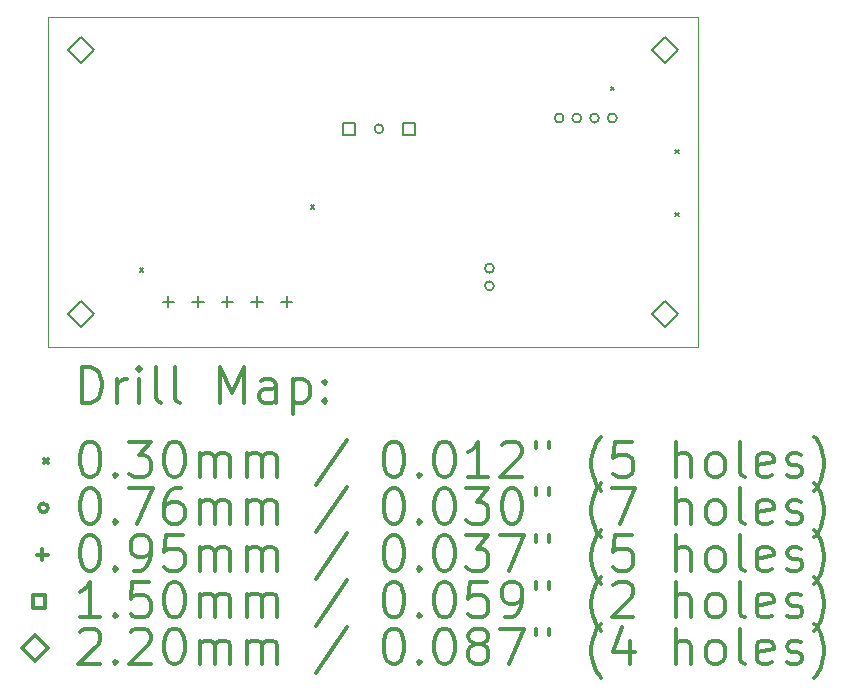
<source format=gbr>
%FSLAX45Y45*%
G04 Gerber Fmt 4.5, Leading zero omitted, Abs format (unit mm)*
G04 Created by KiCad (PCBNEW (5.1.8)-1) date 2021-02-21 21:49:17*
%MOMM*%
%LPD*%
G01*
G04 APERTURE LIST*
%TA.AperFunction,Profile*%
%ADD10C,0.050000*%
%TD*%
%ADD11C,0.200000*%
%ADD12C,0.300000*%
G04 APERTURE END LIST*
D10*
X7200000Y-1550000D02*
X1700000Y-1550000D01*
X7200000Y-4350000D02*
X7200000Y-1550000D01*
X1700000Y-4350000D02*
X7200000Y-4350000D01*
X1700000Y-1550000D02*
X1700000Y-4350000D01*
D11*
X2474200Y-3681600D02*
X2504200Y-3711600D01*
X2504200Y-3681600D02*
X2474200Y-3711600D01*
X3922000Y-3147300D02*
X3952000Y-3177300D01*
X3952000Y-3147300D02*
X3922000Y-3177300D01*
X6462000Y-2144000D02*
X6492000Y-2174000D01*
X6492000Y-2144000D02*
X6462000Y-2174000D01*
X7008100Y-2677400D02*
X7038100Y-2707400D01*
X7038100Y-2677400D02*
X7008100Y-2707400D01*
X7008100Y-3210800D02*
X7038100Y-3240800D01*
X7038100Y-3210800D02*
X7008100Y-3240800D01*
X5473700Y-3679800D02*
G75*
G03*
X5473700Y-3679800I-38100J0D01*
G01*
X5473700Y-3829800D02*
G75*
G03*
X5473700Y-3829800I-38100J0D01*
G01*
X6063500Y-2408200D02*
G75*
G03*
X6063500Y-2408200I-38100J0D01*
G01*
X6213500Y-2408200D02*
G75*
G03*
X6213500Y-2408200I-38100J0D01*
G01*
X6363500Y-2408200D02*
G75*
G03*
X6363500Y-2408200I-38100J0D01*
G01*
X6513500Y-2408200D02*
G75*
G03*
X6513500Y-2408200I-38100J0D01*
G01*
X4538100Y-2500000D02*
G75*
G03*
X4538100Y-2500000I-38100J0D01*
G01*
X2717800Y-3914900D02*
X2717800Y-4009900D01*
X2670300Y-3962400D02*
X2765300Y-3962400D01*
X2967800Y-3914900D02*
X2967800Y-4009900D01*
X2920300Y-3962400D02*
X3015300Y-3962400D01*
X3217800Y-3914900D02*
X3217800Y-4009900D01*
X3170300Y-3962400D02*
X3265300Y-3962400D01*
X3467800Y-3914900D02*
X3467800Y-4009900D01*
X3420300Y-3962400D02*
X3515300Y-3962400D01*
X3717800Y-3914900D02*
X3717800Y-4009900D01*
X3670300Y-3962400D02*
X3765300Y-3962400D01*
X4299034Y-2553034D02*
X4299034Y-2446967D01*
X4192966Y-2446967D01*
X4192966Y-2553034D01*
X4299034Y-2553034D01*
X4807034Y-2553034D02*
X4807034Y-2446967D01*
X4700967Y-2446967D01*
X4700967Y-2553034D01*
X4807034Y-2553034D01*
X6920000Y-4180000D02*
X7030000Y-4070000D01*
X6920000Y-3960000D01*
X6810000Y-4070000D01*
X6920000Y-4180000D01*
X1980000Y-4180000D02*
X2090000Y-4070000D01*
X1980000Y-3960000D01*
X1870000Y-4070000D01*
X1980000Y-4180000D01*
X6920000Y-1940000D02*
X7030000Y-1830000D01*
X6920000Y-1720000D01*
X6810000Y-1830000D01*
X6920000Y-1940000D01*
X1980000Y-1940000D02*
X2090000Y-1830000D01*
X1980000Y-1720000D01*
X1870000Y-1830000D01*
X1980000Y-1940000D01*
D12*
X1983928Y-4818214D02*
X1983928Y-4518214D01*
X2055357Y-4518214D01*
X2098214Y-4532500D01*
X2126786Y-4561072D01*
X2141071Y-4589643D01*
X2155357Y-4646786D01*
X2155357Y-4689643D01*
X2141071Y-4746786D01*
X2126786Y-4775357D01*
X2098214Y-4803929D01*
X2055357Y-4818214D01*
X1983928Y-4818214D01*
X2283928Y-4818214D02*
X2283928Y-4618214D01*
X2283928Y-4675357D02*
X2298214Y-4646786D01*
X2312500Y-4632500D01*
X2341071Y-4618214D01*
X2369643Y-4618214D01*
X2469643Y-4818214D02*
X2469643Y-4618214D01*
X2469643Y-4518214D02*
X2455357Y-4532500D01*
X2469643Y-4546786D01*
X2483928Y-4532500D01*
X2469643Y-4518214D01*
X2469643Y-4546786D01*
X2655357Y-4818214D02*
X2626786Y-4803929D01*
X2612500Y-4775357D01*
X2612500Y-4518214D01*
X2812500Y-4818214D02*
X2783928Y-4803929D01*
X2769643Y-4775357D01*
X2769643Y-4518214D01*
X3155357Y-4818214D02*
X3155357Y-4518214D01*
X3255357Y-4732500D01*
X3355357Y-4518214D01*
X3355357Y-4818214D01*
X3626786Y-4818214D02*
X3626786Y-4661072D01*
X3612500Y-4632500D01*
X3583928Y-4618214D01*
X3526786Y-4618214D01*
X3498214Y-4632500D01*
X3626786Y-4803929D02*
X3598214Y-4818214D01*
X3526786Y-4818214D01*
X3498214Y-4803929D01*
X3483928Y-4775357D01*
X3483928Y-4746786D01*
X3498214Y-4718214D01*
X3526786Y-4703929D01*
X3598214Y-4703929D01*
X3626786Y-4689643D01*
X3769643Y-4618214D02*
X3769643Y-4918214D01*
X3769643Y-4632500D02*
X3798214Y-4618214D01*
X3855357Y-4618214D01*
X3883928Y-4632500D01*
X3898214Y-4646786D01*
X3912500Y-4675357D01*
X3912500Y-4761072D01*
X3898214Y-4789643D01*
X3883928Y-4803929D01*
X3855357Y-4818214D01*
X3798214Y-4818214D01*
X3769643Y-4803929D01*
X4041071Y-4789643D02*
X4055357Y-4803929D01*
X4041071Y-4818214D01*
X4026786Y-4803929D01*
X4041071Y-4789643D01*
X4041071Y-4818214D01*
X4041071Y-4632500D02*
X4055357Y-4646786D01*
X4041071Y-4661072D01*
X4026786Y-4646786D01*
X4041071Y-4632500D01*
X4041071Y-4661072D01*
X1667500Y-5297500D02*
X1697500Y-5327500D01*
X1697500Y-5297500D02*
X1667500Y-5327500D01*
X2041071Y-5148214D02*
X2069643Y-5148214D01*
X2098214Y-5162500D01*
X2112500Y-5176786D01*
X2126786Y-5205357D01*
X2141071Y-5262500D01*
X2141071Y-5333929D01*
X2126786Y-5391072D01*
X2112500Y-5419643D01*
X2098214Y-5433929D01*
X2069643Y-5448214D01*
X2041071Y-5448214D01*
X2012500Y-5433929D01*
X1998214Y-5419643D01*
X1983928Y-5391072D01*
X1969643Y-5333929D01*
X1969643Y-5262500D01*
X1983928Y-5205357D01*
X1998214Y-5176786D01*
X2012500Y-5162500D01*
X2041071Y-5148214D01*
X2269643Y-5419643D02*
X2283928Y-5433929D01*
X2269643Y-5448214D01*
X2255357Y-5433929D01*
X2269643Y-5419643D01*
X2269643Y-5448214D01*
X2383928Y-5148214D02*
X2569643Y-5148214D01*
X2469643Y-5262500D01*
X2512500Y-5262500D01*
X2541071Y-5276786D01*
X2555357Y-5291072D01*
X2569643Y-5319643D01*
X2569643Y-5391072D01*
X2555357Y-5419643D01*
X2541071Y-5433929D01*
X2512500Y-5448214D01*
X2426786Y-5448214D01*
X2398214Y-5433929D01*
X2383928Y-5419643D01*
X2755357Y-5148214D02*
X2783928Y-5148214D01*
X2812500Y-5162500D01*
X2826786Y-5176786D01*
X2841071Y-5205357D01*
X2855357Y-5262500D01*
X2855357Y-5333929D01*
X2841071Y-5391072D01*
X2826786Y-5419643D01*
X2812500Y-5433929D01*
X2783928Y-5448214D01*
X2755357Y-5448214D01*
X2726786Y-5433929D01*
X2712500Y-5419643D01*
X2698214Y-5391072D01*
X2683928Y-5333929D01*
X2683928Y-5262500D01*
X2698214Y-5205357D01*
X2712500Y-5176786D01*
X2726786Y-5162500D01*
X2755357Y-5148214D01*
X2983928Y-5448214D02*
X2983928Y-5248214D01*
X2983928Y-5276786D02*
X2998214Y-5262500D01*
X3026786Y-5248214D01*
X3069643Y-5248214D01*
X3098214Y-5262500D01*
X3112500Y-5291072D01*
X3112500Y-5448214D01*
X3112500Y-5291072D02*
X3126786Y-5262500D01*
X3155357Y-5248214D01*
X3198214Y-5248214D01*
X3226786Y-5262500D01*
X3241071Y-5291072D01*
X3241071Y-5448214D01*
X3383928Y-5448214D02*
X3383928Y-5248214D01*
X3383928Y-5276786D02*
X3398214Y-5262500D01*
X3426786Y-5248214D01*
X3469643Y-5248214D01*
X3498214Y-5262500D01*
X3512500Y-5291072D01*
X3512500Y-5448214D01*
X3512500Y-5291072D02*
X3526786Y-5262500D01*
X3555357Y-5248214D01*
X3598214Y-5248214D01*
X3626786Y-5262500D01*
X3641071Y-5291072D01*
X3641071Y-5448214D01*
X4226786Y-5133929D02*
X3969643Y-5519643D01*
X4612500Y-5148214D02*
X4641071Y-5148214D01*
X4669643Y-5162500D01*
X4683928Y-5176786D01*
X4698214Y-5205357D01*
X4712500Y-5262500D01*
X4712500Y-5333929D01*
X4698214Y-5391072D01*
X4683928Y-5419643D01*
X4669643Y-5433929D01*
X4641071Y-5448214D01*
X4612500Y-5448214D01*
X4583928Y-5433929D01*
X4569643Y-5419643D01*
X4555357Y-5391072D01*
X4541071Y-5333929D01*
X4541071Y-5262500D01*
X4555357Y-5205357D01*
X4569643Y-5176786D01*
X4583928Y-5162500D01*
X4612500Y-5148214D01*
X4841071Y-5419643D02*
X4855357Y-5433929D01*
X4841071Y-5448214D01*
X4826786Y-5433929D01*
X4841071Y-5419643D01*
X4841071Y-5448214D01*
X5041071Y-5148214D02*
X5069643Y-5148214D01*
X5098214Y-5162500D01*
X5112500Y-5176786D01*
X5126786Y-5205357D01*
X5141071Y-5262500D01*
X5141071Y-5333929D01*
X5126786Y-5391072D01*
X5112500Y-5419643D01*
X5098214Y-5433929D01*
X5069643Y-5448214D01*
X5041071Y-5448214D01*
X5012500Y-5433929D01*
X4998214Y-5419643D01*
X4983928Y-5391072D01*
X4969643Y-5333929D01*
X4969643Y-5262500D01*
X4983928Y-5205357D01*
X4998214Y-5176786D01*
X5012500Y-5162500D01*
X5041071Y-5148214D01*
X5426786Y-5448214D02*
X5255357Y-5448214D01*
X5341071Y-5448214D02*
X5341071Y-5148214D01*
X5312500Y-5191072D01*
X5283928Y-5219643D01*
X5255357Y-5233929D01*
X5541071Y-5176786D02*
X5555357Y-5162500D01*
X5583928Y-5148214D01*
X5655357Y-5148214D01*
X5683928Y-5162500D01*
X5698214Y-5176786D01*
X5712500Y-5205357D01*
X5712500Y-5233929D01*
X5698214Y-5276786D01*
X5526786Y-5448214D01*
X5712500Y-5448214D01*
X5826786Y-5148214D02*
X5826786Y-5205357D01*
X5941071Y-5148214D02*
X5941071Y-5205357D01*
X6383928Y-5562500D02*
X6369643Y-5548214D01*
X6341071Y-5505357D01*
X6326786Y-5476786D01*
X6312500Y-5433929D01*
X6298214Y-5362500D01*
X6298214Y-5305357D01*
X6312500Y-5233929D01*
X6326786Y-5191072D01*
X6341071Y-5162500D01*
X6369643Y-5119643D01*
X6383928Y-5105357D01*
X6641071Y-5148214D02*
X6498214Y-5148214D01*
X6483928Y-5291072D01*
X6498214Y-5276786D01*
X6526786Y-5262500D01*
X6598214Y-5262500D01*
X6626786Y-5276786D01*
X6641071Y-5291072D01*
X6655357Y-5319643D01*
X6655357Y-5391072D01*
X6641071Y-5419643D01*
X6626786Y-5433929D01*
X6598214Y-5448214D01*
X6526786Y-5448214D01*
X6498214Y-5433929D01*
X6483928Y-5419643D01*
X7012500Y-5448214D02*
X7012500Y-5148214D01*
X7141071Y-5448214D02*
X7141071Y-5291072D01*
X7126786Y-5262500D01*
X7098214Y-5248214D01*
X7055357Y-5248214D01*
X7026786Y-5262500D01*
X7012500Y-5276786D01*
X7326786Y-5448214D02*
X7298214Y-5433929D01*
X7283928Y-5419643D01*
X7269643Y-5391072D01*
X7269643Y-5305357D01*
X7283928Y-5276786D01*
X7298214Y-5262500D01*
X7326786Y-5248214D01*
X7369643Y-5248214D01*
X7398214Y-5262500D01*
X7412500Y-5276786D01*
X7426786Y-5305357D01*
X7426786Y-5391072D01*
X7412500Y-5419643D01*
X7398214Y-5433929D01*
X7369643Y-5448214D01*
X7326786Y-5448214D01*
X7598214Y-5448214D02*
X7569643Y-5433929D01*
X7555357Y-5405357D01*
X7555357Y-5148214D01*
X7826786Y-5433929D02*
X7798214Y-5448214D01*
X7741071Y-5448214D01*
X7712500Y-5433929D01*
X7698214Y-5405357D01*
X7698214Y-5291072D01*
X7712500Y-5262500D01*
X7741071Y-5248214D01*
X7798214Y-5248214D01*
X7826786Y-5262500D01*
X7841071Y-5291072D01*
X7841071Y-5319643D01*
X7698214Y-5348214D01*
X7955357Y-5433929D02*
X7983928Y-5448214D01*
X8041071Y-5448214D01*
X8069643Y-5433929D01*
X8083928Y-5405357D01*
X8083928Y-5391072D01*
X8069643Y-5362500D01*
X8041071Y-5348214D01*
X7998214Y-5348214D01*
X7969643Y-5333929D01*
X7955357Y-5305357D01*
X7955357Y-5291072D01*
X7969643Y-5262500D01*
X7998214Y-5248214D01*
X8041071Y-5248214D01*
X8069643Y-5262500D01*
X8183928Y-5562500D02*
X8198214Y-5548214D01*
X8226786Y-5505357D01*
X8241071Y-5476786D01*
X8255357Y-5433929D01*
X8269643Y-5362500D01*
X8269643Y-5305357D01*
X8255357Y-5233929D01*
X8241071Y-5191072D01*
X8226786Y-5162500D01*
X8198214Y-5119643D01*
X8183928Y-5105357D01*
X1697500Y-5708500D02*
G75*
G03*
X1697500Y-5708500I-38100J0D01*
G01*
X2041071Y-5544214D02*
X2069643Y-5544214D01*
X2098214Y-5558500D01*
X2112500Y-5572786D01*
X2126786Y-5601357D01*
X2141071Y-5658500D01*
X2141071Y-5729929D01*
X2126786Y-5787071D01*
X2112500Y-5815643D01*
X2098214Y-5829929D01*
X2069643Y-5844214D01*
X2041071Y-5844214D01*
X2012500Y-5829929D01*
X1998214Y-5815643D01*
X1983928Y-5787071D01*
X1969643Y-5729929D01*
X1969643Y-5658500D01*
X1983928Y-5601357D01*
X1998214Y-5572786D01*
X2012500Y-5558500D01*
X2041071Y-5544214D01*
X2269643Y-5815643D02*
X2283928Y-5829929D01*
X2269643Y-5844214D01*
X2255357Y-5829929D01*
X2269643Y-5815643D01*
X2269643Y-5844214D01*
X2383928Y-5544214D02*
X2583928Y-5544214D01*
X2455357Y-5844214D01*
X2826786Y-5544214D02*
X2769643Y-5544214D01*
X2741071Y-5558500D01*
X2726786Y-5572786D01*
X2698214Y-5615643D01*
X2683928Y-5672786D01*
X2683928Y-5787071D01*
X2698214Y-5815643D01*
X2712500Y-5829929D01*
X2741071Y-5844214D01*
X2798214Y-5844214D01*
X2826786Y-5829929D01*
X2841071Y-5815643D01*
X2855357Y-5787071D01*
X2855357Y-5715643D01*
X2841071Y-5687071D01*
X2826786Y-5672786D01*
X2798214Y-5658500D01*
X2741071Y-5658500D01*
X2712500Y-5672786D01*
X2698214Y-5687071D01*
X2683928Y-5715643D01*
X2983928Y-5844214D02*
X2983928Y-5644214D01*
X2983928Y-5672786D02*
X2998214Y-5658500D01*
X3026786Y-5644214D01*
X3069643Y-5644214D01*
X3098214Y-5658500D01*
X3112500Y-5687071D01*
X3112500Y-5844214D01*
X3112500Y-5687071D02*
X3126786Y-5658500D01*
X3155357Y-5644214D01*
X3198214Y-5644214D01*
X3226786Y-5658500D01*
X3241071Y-5687071D01*
X3241071Y-5844214D01*
X3383928Y-5844214D02*
X3383928Y-5644214D01*
X3383928Y-5672786D02*
X3398214Y-5658500D01*
X3426786Y-5644214D01*
X3469643Y-5644214D01*
X3498214Y-5658500D01*
X3512500Y-5687071D01*
X3512500Y-5844214D01*
X3512500Y-5687071D02*
X3526786Y-5658500D01*
X3555357Y-5644214D01*
X3598214Y-5644214D01*
X3626786Y-5658500D01*
X3641071Y-5687071D01*
X3641071Y-5844214D01*
X4226786Y-5529929D02*
X3969643Y-5915643D01*
X4612500Y-5544214D02*
X4641071Y-5544214D01*
X4669643Y-5558500D01*
X4683928Y-5572786D01*
X4698214Y-5601357D01*
X4712500Y-5658500D01*
X4712500Y-5729929D01*
X4698214Y-5787071D01*
X4683928Y-5815643D01*
X4669643Y-5829929D01*
X4641071Y-5844214D01*
X4612500Y-5844214D01*
X4583928Y-5829929D01*
X4569643Y-5815643D01*
X4555357Y-5787071D01*
X4541071Y-5729929D01*
X4541071Y-5658500D01*
X4555357Y-5601357D01*
X4569643Y-5572786D01*
X4583928Y-5558500D01*
X4612500Y-5544214D01*
X4841071Y-5815643D02*
X4855357Y-5829929D01*
X4841071Y-5844214D01*
X4826786Y-5829929D01*
X4841071Y-5815643D01*
X4841071Y-5844214D01*
X5041071Y-5544214D02*
X5069643Y-5544214D01*
X5098214Y-5558500D01*
X5112500Y-5572786D01*
X5126786Y-5601357D01*
X5141071Y-5658500D01*
X5141071Y-5729929D01*
X5126786Y-5787071D01*
X5112500Y-5815643D01*
X5098214Y-5829929D01*
X5069643Y-5844214D01*
X5041071Y-5844214D01*
X5012500Y-5829929D01*
X4998214Y-5815643D01*
X4983928Y-5787071D01*
X4969643Y-5729929D01*
X4969643Y-5658500D01*
X4983928Y-5601357D01*
X4998214Y-5572786D01*
X5012500Y-5558500D01*
X5041071Y-5544214D01*
X5241071Y-5544214D02*
X5426786Y-5544214D01*
X5326786Y-5658500D01*
X5369643Y-5658500D01*
X5398214Y-5672786D01*
X5412500Y-5687071D01*
X5426786Y-5715643D01*
X5426786Y-5787071D01*
X5412500Y-5815643D01*
X5398214Y-5829929D01*
X5369643Y-5844214D01*
X5283928Y-5844214D01*
X5255357Y-5829929D01*
X5241071Y-5815643D01*
X5612500Y-5544214D02*
X5641071Y-5544214D01*
X5669643Y-5558500D01*
X5683928Y-5572786D01*
X5698214Y-5601357D01*
X5712500Y-5658500D01*
X5712500Y-5729929D01*
X5698214Y-5787071D01*
X5683928Y-5815643D01*
X5669643Y-5829929D01*
X5641071Y-5844214D01*
X5612500Y-5844214D01*
X5583928Y-5829929D01*
X5569643Y-5815643D01*
X5555357Y-5787071D01*
X5541071Y-5729929D01*
X5541071Y-5658500D01*
X5555357Y-5601357D01*
X5569643Y-5572786D01*
X5583928Y-5558500D01*
X5612500Y-5544214D01*
X5826786Y-5544214D02*
X5826786Y-5601357D01*
X5941071Y-5544214D02*
X5941071Y-5601357D01*
X6383928Y-5958500D02*
X6369643Y-5944214D01*
X6341071Y-5901357D01*
X6326786Y-5872786D01*
X6312500Y-5829929D01*
X6298214Y-5758500D01*
X6298214Y-5701357D01*
X6312500Y-5629929D01*
X6326786Y-5587072D01*
X6341071Y-5558500D01*
X6369643Y-5515643D01*
X6383928Y-5501357D01*
X6469643Y-5544214D02*
X6669643Y-5544214D01*
X6541071Y-5844214D01*
X7012500Y-5844214D02*
X7012500Y-5544214D01*
X7141071Y-5844214D02*
X7141071Y-5687071D01*
X7126786Y-5658500D01*
X7098214Y-5644214D01*
X7055357Y-5644214D01*
X7026786Y-5658500D01*
X7012500Y-5672786D01*
X7326786Y-5844214D02*
X7298214Y-5829929D01*
X7283928Y-5815643D01*
X7269643Y-5787071D01*
X7269643Y-5701357D01*
X7283928Y-5672786D01*
X7298214Y-5658500D01*
X7326786Y-5644214D01*
X7369643Y-5644214D01*
X7398214Y-5658500D01*
X7412500Y-5672786D01*
X7426786Y-5701357D01*
X7426786Y-5787071D01*
X7412500Y-5815643D01*
X7398214Y-5829929D01*
X7369643Y-5844214D01*
X7326786Y-5844214D01*
X7598214Y-5844214D02*
X7569643Y-5829929D01*
X7555357Y-5801357D01*
X7555357Y-5544214D01*
X7826786Y-5829929D02*
X7798214Y-5844214D01*
X7741071Y-5844214D01*
X7712500Y-5829929D01*
X7698214Y-5801357D01*
X7698214Y-5687071D01*
X7712500Y-5658500D01*
X7741071Y-5644214D01*
X7798214Y-5644214D01*
X7826786Y-5658500D01*
X7841071Y-5687071D01*
X7841071Y-5715643D01*
X7698214Y-5744214D01*
X7955357Y-5829929D02*
X7983928Y-5844214D01*
X8041071Y-5844214D01*
X8069643Y-5829929D01*
X8083928Y-5801357D01*
X8083928Y-5787071D01*
X8069643Y-5758500D01*
X8041071Y-5744214D01*
X7998214Y-5744214D01*
X7969643Y-5729929D01*
X7955357Y-5701357D01*
X7955357Y-5687071D01*
X7969643Y-5658500D01*
X7998214Y-5644214D01*
X8041071Y-5644214D01*
X8069643Y-5658500D01*
X8183928Y-5958500D02*
X8198214Y-5944214D01*
X8226786Y-5901357D01*
X8241071Y-5872786D01*
X8255357Y-5829929D01*
X8269643Y-5758500D01*
X8269643Y-5701357D01*
X8255357Y-5629929D01*
X8241071Y-5587072D01*
X8226786Y-5558500D01*
X8198214Y-5515643D01*
X8183928Y-5501357D01*
X1650000Y-6057000D02*
X1650000Y-6152000D01*
X1602500Y-6104500D02*
X1697500Y-6104500D01*
X2041071Y-5940214D02*
X2069643Y-5940214D01*
X2098214Y-5954500D01*
X2112500Y-5968786D01*
X2126786Y-5997357D01*
X2141071Y-6054500D01*
X2141071Y-6125929D01*
X2126786Y-6183071D01*
X2112500Y-6211643D01*
X2098214Y-6225929D01*
X2069643Y-6240214D01*
X2041071Y-6240214D01*
X2012500Y-6225929D01*
X1998214Y-6211643D01*
X1983928Y-6183071D01*
X1969643Y-6125929D01*
X1969643Y-6054500D01*
X1983928Y-5997357D01*
X1998214Y-5968786D01*
X2012500Y-5954500D01*
X2041071Y-5940214D01*
X2269643Y-6211643D02*
X2283928Y-6225929D01*
X2269643Y-6240214D01*
X2255357Y-6225929D01*
X2269643Y-6211643D01*
X2269643Y-6240214D01*
X2426786Y-6240214D02*
X2483928Y-6240214D01*
X2512500Y-6225929D01*
X2526786Y-6211643D01*
X2555357Y-6168786D01*
X2569643Y-6111643D01*
X2569643Y-5997357D01*
X2555357Y-5968786D01*
X2541071Y-5954500D01*
X2512500Y-5940214D01*
X2455357Y-5940214D01*
X2426786Y-5954500D01*
X2412500Y-5968786D01*
X2398214Y-5997357D01*
X2398214Y-6068786D01*
X2412500Y-6097357D01*
X2426786Y-6111643D01*
X2455357Y-6125929D01*
X2512500Y-6125929D01*
X2541071Y-6111643D01*
X2555357Y-6097357D01*
X2569643Y-6068786D01*
X2841071Y-5940214D02*
X2698214Y-5940214D01*
X2683928Y-6083071D01*
X2698214Y-6068786D01*
X2726786Y-6054500D01*
X2798214Y-6054500D01*
X2826786Y-6068786D01*
X2841071Y-6083071D01*
X2855357Y-6111643D01*
X2855357Y-6183071D01*
X2841071Y-6211643D01*
X2826786Y-6225929D01*
X2798214Y-6240214D01*
X2726786Y-6240214D01*
X2698214Y-6225929D01*
X2683928Y-6211643D01*
X2983928Y-6240214D02*
X2983928Y-6040214D01*
X2983928Y-6068786D02*
X2998214Y-6054500D01*
X3026786Y-6040214D01*
X3069643Y-6040214D01*
X3098214Y-6054500D01*
X3112500Y-6083071D01*
X3112500Y-6240214D01*
X3112500Y-6083071D02*
X3126786Y-6054500D01*
X3155357Y-6040214D01*
X3198214Y-6040214D01*
X3226786Y-6054500D01*
X3241071Y-6083071D01*
X3241071Y-6240214D01*
X3383928Y-6240214D02*
X3383928Y-6040214D01*
X3383928Y-6068786D02*
X3398214Y-6054500D01*
X3426786Y-6040214D01*
X3469643Y-6040214D01*
X3498214Y-6054500D01*
X3512500Y-6083071D01*
X3512500Y-6240214D01*
X3512500Y-6083071D02*
X3526786Y-6054500D01*
X3555357Y-6040214D01*
X3598214Y-6040214D01*
X3626786Y-6054500D01*
X3641071Y-6083071D01*
X3641071Y-6240214D01*
X4226786Y-5925929D02*
X3969643Y-6311643D01*
X4612500Y-5940214D02*
X4641071Y-5940214D01*
X4669643Y-5954500D01*
X4683928Y-5968786D01*
X4698214Y-5997357D01*
X4712500Y-6054500D01*
X4712500Y-6125929D01*
X4698214Y-6183071D01*
X4683928Y-6211643D01*
X4669643Y-6225929D01*
X4641071Y-6240214D01*
X4612500Y-6240214D01*
X4583928Y-6225929D01*
X4569643Y-6211643D01*
X4555357Y-6183071D01*
X4541071Y-6125929D01*
X4541071Y-6054500D01*
X4555357Y-5997357D01*
X4569643Y-5968786D01*
X4583928Y-5954500D01*
X4612500Y-5940214D01*
X4841071Y-6211643D02*
X4855357Y-6225929D01*
X4841071Y-6240214D01*
X4826786Y-6225929D01*
X4841071Y-6211643D01*
X4841071Y-6240214D01*
X5041071Y-5940214D02*
X5069643Y-5940214D01*
X5098214Y-5954500D01*
X5112500Y-5968786D01*
X5126786Y-5997357D01*
X5141071Y-6054500D01*
X5141071Y-6125929D01*
X5126786Y-6183071D01*
X5112500Y-6211643D01*
X5098214Y-6225929D01*
X5069643Y-6240214D01*
X5041071Y-6240214D01*
X5012500Y-6225929D01*
X4998214Y-6211643D01*
X4983928Y-6183071D01*
X4969643Y-6125929D01*
X4969643Y-6054500D01*
X4983928Y-5997357D01*
X4998214Y-5968786D01*
X5012500Y-5954500D01*
X5041071Y-5940214D01*
X5241071Y-5940214D02*
X5426786Y-5940214D01*
X5326786Y-6054500D01*
X5369643Y-6054500D01*
X5398214Y-6068786D01*
X5412500Y-6083071D01*
X5426786Y-6111643D01*
X5426786Y-6183071D01*
X5412500Y-6211643D01*
X5398214Y-6225929D01*
X5369643Y-6240214D01*
X5283928Y-6240214D01*
X5255357Y-6225929D01*
X5241071Y-6211643D01*
X5526786Y-5940214D02*
X5726786Y-5940214D01*
X5598214Y-6240214D01*
X5826786Y-5940214D02*
X5826786Y-5997357D01*
X5941071Y-5940214D02*
X5941071Y-5997357D01*
X6383928Y-6354500D02*
X6369643Y-6340214D01*
X6341071Y-6297357D01*
X6326786Y-6268786D01*
X6312500Y-6225929D01*
X6298214Y-6154500D01*
X6298214Y-6097357D01*
X6312500Y-6025929D01*
X6326786Y-5983071D01*
X6341071Y-5954500D01*
X6369643Y-5911643D01*
X6383928Y-5897357D01*
X6641071Y-5940214D02*
X6498214Y-5940214D01*
X6483928Y-6083071D01*
X6498214Y-6068786D01*
X6526786Y-6054500D01*
X6598214Y-6054500D01*
X6626786Y-6068786D01*
X6641071Y-6083071D01*
X6655357Y-6111643D01*
X6655357Y-6183071D01*
X6641071Y-6211643D01*
X6626786Y-6225929D01*
X6598214Y-6240214D01*
X6526786Y-6240214D01*
X6498214Y-6225929D01*
X6483928Y-6211643D01*
X7012500Y-6240214D02*
X7012500Y-5940214D01*
X7141071Y-6240214D02*
X7141071Y-6083071D01*
X7126786Y-6054500D01*
X7098214Y-6040214D01*
X7055357Y-6040214D01*
X7026786Y-6054500D01*
X7012500Y-6068786D01*
X7326786Y-6240214D02*
X7298214Y-6225929D01*
X7283928Y-6211643D01*
X7269643Y-6183071D01*
X7269643Y-6097357D01*
X7283928Y-6068786D01*
X7298214Y-6054500D01*
X7326786Y-6040214D01*
X7369643Y-6040214D01*
X7398214Y-6054500D01*
X7412500Y-6068786D01*
X7426786Y-6097357D01*
X7426786Y-6183071D01*
X7412500Y-6211643D01*
X7398214Y-6225929D01*
X7369643Y-6240214D01*
X7326786Y-6240214D01*
X7598214Y-6240214D02*
X7569643Y-6225929D01*
X7555357Y-6197357D01*
X7555357Y-5940214D01*
X7826786Y-6225929D02*
X7798214Y-6240214D01*
X7741071Y-6240214D01*
X7712500Y-6225929D01*
X7698214Y-6197357D01*
X7698214Y-6083071D01*
X7712500Y-6054500D01*
X7741071Y-6040214D01*
X7798214Y-6040214D01*
X7826786Y-6054500D01*
X7841071Y-6083071D01*
X7841071Y-6111643D01*
X7698214Y-6140214D01*
X7955357Y-6225929D02*
X7983928Y-6240214D01*
X8041071Y-6240214D01*
X8069643Y-6225929D01*
X8083928Y-6197357D01*
X8083928Y-6183071D01*
X8069643Y-6154500D01*
X8041071Y-6140214D01*
X7998214Y-6140214D01*
X7969643Y-6125929D01*
X7955357Y-6097357D01*
X7955357Y-6083071D01*
X7969643Y-6054500D01*
X7998214Y-6040214D01*
X8041071Y-6040214D01*
X8069643Y-6054500D01*
X8183928Y-6354500D02*
X8198214Y-6340214D01*
X8226786Y-6297357D01*
X8241071Y-6268786D01*
X8255357Y-6225929D01*
X8269643Y-6154500D01*
X8269643Y-6097357D01*
X8255357Y-6025929D01*
X8241071Y-5983071D01*
X8226786Y-5954500D01*
X8198214Y-5911643D01*
X8183928Y-5897357D01*
X1675533Y-6553534D02*
X1675533Y-6447467D01*
X1569466Y-6447467D01*
X1569466Y-6553534D01*
X1675533Y-6553534D01*
X2141071Y-6636214D02*
X1969643Y-6636214D01*
X2055357Y-6636214D02*
X2055357Y-6336214D01*
X2026786Y-6379071D01*
X1998214Y-6407643D01*
X1969643Y-6421929D01*
X2269643Y-6607643D02*
X2283928Y-6621929D01*
X2269643Y-6636214D01*
X2255357Y-6621929D01*
X2269643Y-6607643D01*
X2269643Y-6636214D01*
X2555357Y-6336214D02*
X2412500Y-6336214D01*
X2398214Y-6479071D01*
X2412500Y-6464786D01*
X2441071Y-6450500D01*
X2512500Y-6450500D01*
X2541071Y-6464786D01*
X2555357Y-6479071D01*
X2569643Y-6507643D01*
X2569643Y-6579071D01*
X2555357Y-6607643D01*
X2541071Y-6621929D01*
X2512500Y-6636214D01*
X2441071Y-6636214D01*
X2412500Y-6621929D01*
X2398214Y-6607643D01*
X2755357Y-6336214D02*
X2783928Y-6336214D01*
X2812500Y-6350500D01*
X2826786Y-6364786D01*
X2841071Y-6393357D01*
X2855357Y-6450500D01*
X2855357Y-6521929D01*
X2841071Y-6579071D01*
X2826786Y-6607643D01*
X2812500Y-6621929D01*
X2783928Y-6636214D01*
X2755357Y-6636214D01*
X2726786Y-6621929D01*
X2712500Y-6607643D01*
X2698214Y-6579071D01*
X2683928Y-6521929D01*
X2683928Y-6450500D01*
X2698214Y-6393357D01*
X2712500Y-6364786D01*
X2726786Y-6350500D01*
X2755357Y-6336214D01*
X2983928Y-6636214D02*
X2983928Y-6436214D01*
X2983928Y-6464786D02*
X2998214Y-6450500D01*
X3026786Y-6436214D01*
X3069643Y-6436214D01*
X3098214Y-6450500D01*
X3112500Y-6479071D01*
X3112500Y-6636214D01*
X3112500Y-6479071D02*
X3126786Y-6450500D01*
X3155357Y-6436214D01*
X3198214Y-6436214D01*
X3226786Y-6450500D01*
X3241071Y-6479071D01*
X3241071Y-6636214D01*
X3383928Y-6636214D02*
X3383928Y-6436214D01*
X3383928Y-6464786D02*
X3398214Y-6450500D01*
X3426786Y-6436214D01*
X3469643Y-6436214D01*
X3498214Y-6450500D01*
X3512500Y-6479071D01*
X3512500Y-6636214D01*
X3512500Y-6479071D02*
X3526786Y-6450500D01*
X3555357Y-6436214D01*
X3598214Y-6436214D01*
X3626786Y-6450500D01*
X3641071Y-6479071D01*
X3641071Y-6636214D01*
X4226786Y-6321929D02*
X3969643Y-6707643D01*
X4612500Y-6336214D02*
X4641071Y-6336214D01*
X4669643Y-6350500D01*
X4683928Y-6364786D01*
X4698214Y-6393357D01*
X4712500Y-6450500D01*
X4712500Y-6521929D01*
X4698214Y-6579071D01*
X4683928Y-6607643D01*
X4669643Y-6621929D01*
X4641071Y-6636214D01*
X4612500Y-6636214D01*
X4583928Y-6621929D01*
X4569643Y-6607643D01*
X4555357Y-6579071D01*
X4541071Y-6521929D01*
X4541071Y-6450500D01*
X4555357Y-6393357D01*
X4569643Y-6364786D01*
X4583928Y-6350500D01*
X4612500Y-6336214D01*
X4841071Y-6607643D02*
X4855357Y-6621929D01*
X4841071Y-6636214D01*
X4826786Y-6621929D01*
X4841071Y-6607643D01*
X4841071Y-6636214D01*
X5041071Y-6336214D02*
X5069643Y-6336214D01*
X5098214Y-6350500D01*
X5112500Y-6364786D01*
X5126786Y-6393357D01*
X5141071Y-6450500D01*
X5141071Y-6521929D01*
X5126786Y-6579071D01*
X5112500Y-6607643D01*
X5098214Y-6621929D01*
X5069643Y-6636214D01*
X5041071Y-6636214D01*
X5012500Y-6621929D01*
X4998214Y-6607643D01*
X4983928Y-6579071D01*
X4969643Y-6521929D01*
X4969643Y-6450500D01*
X4983928Y-6393357D01*
X4998214Y-6364786D01*
X5012500Y-6350500D01*
X5041071Y-6336214D01*
X5412500Y-6336214D02*
X5269643Y-6336214D01*
X5255357Y-6479071D01*
X5269643Y-6464786D01*
X5298214Y-6450500D01*
X5369643Y-6450500D01*
X5398214Y-6464786D01*
X5412500Y-6479071D01*
X5426786Y-6507643D01*
X5426786Y-6579071D01*
X5412500Y-6607643D01*
X5398214Y-6621929D01*
X5369643Y-6636214D01*
X5298214Y-6636214D01*
X5269643Y-6621929D01*
X5255357Y-6607643D01*
X5569643Y-6636214D02*
X5626786Y-6636214D01*
X5655357Y-6621929D01*
X5669643Y-6607643D01*
X5698214Y-6564786D01*
X5712500Y-6507643D01*
X5712500Y-6393357D01*
X5698214Y-6364786D01*
X5683928Y-6350500D01*
X5655357Y-6336214D01*
X5598214Y-6336214D01*
X5569643Y-6350500D01*
X5555357Y-6364786D01*
X5541071Y-6393357D01*
X5541071Y-6464786D01*
X5555357Y-6493357D01*
X5569643Y-6507643D01*
X5598214Y-6521929D01*
X5655357Y-6521929D01*
X5683928Y-6507643D01*
X5698214Y-6493357D01*
X5712500Y-6464786D01*
X5826786Y-6336214D02*
X5826786Y-6393357D01*
X5941071Y-6336214D02*
X5941071Y-6393357D01*
X6383928Y-6750500D02*
X6369643Y-6736214D01*
X6341071Y-6693357D01*
X6326786Y-6664786D01*
X6312500Y-6621929D01*
X6298214Y-6550500D01*
X6298214Y-6493357D01*
X6312500Y-6421929D01*
X6326786Y-6379071D01*
X6341071Y-6350500D01*
X6369643Y-6307643D01*
X6383928Y-6293357D01*
X6483928Y-6364786D02*
X6498214Y-6350500D01*
X6526786Y-6336214D01*
X6598214Y-6336214D01*
X6626786Y-6350500D01*
X6641071Y-6364786D01*
X6655357Y-6393357D01*
X6655357Y-6421929D01*
X6641071Y-6464786D01*
X6469643Y-6636214D01*
X6655357Y-6636214D01*
X7012500Y-6636214D02*
X7012500Y-6336214D01*
X7141071Y-6636214D02*
X7141071Y-6479071D01*
X7126786Y-6450500D01*
X7098214Y-6436214D01*
X7055357Y-6436214D01*
X7026786Y-6450500D01*
X7012500Y-6464786D01*
X7326786Y-6636214D02*
X7298214Y-6621929D01*
X7283928Y-6607643D01*
X7269643Y-6579071D01*
X7269643Y-6493357D01*
X7283928Y-6464786D01*
X7298214Y-6450500D01*
X7326786Y-6436214D01*
X7369643Y-6436214D01*
X7398214Y-6450500D01*
X7412500Y-6464786D01*
X7426786Y-6493357D01*
X7426786Y-6579071D01*
X7412500Y-6607643D01*
X7398214Y-6621929D01*
X7369643Y-6636214D01*
X7326786Y-6636214D01*
X7598214Y-6636214D02*
X7569643Y-6621929D01*
X7555357Y-6593357D01*
X7555357Y-6336214D01*
X7826786Y-6621929D02*
X7798214Y-6636214D01*
X7741071Y-6636214D01*
X7712500Y-6621929D01*
X7698214Y-6593357D01*
X7698214Y-6479071D01*
X7712500Y-6450500D01*
X7741071Y-6436214D01*
X7798214Y-6436214D01*
X7826786Y-6450500D01*
X7841071Y-6479071D01*
X7841071Y-6507643D01*
X7698214Y-6536214D01*
X7955357Y-6621929D02*
X7983928Y-6636214D01*
X8041071Y-6636214D01*
X8069643Y-6621929D01*
X8083928Y-6593357D01*
X8083928Y-6579071D01*
X8069643Y-6550500D01*
X8041071Y-6536214D01*
X7998214Y-6536214D01*
X7969643Y-6521929D01*
X7955357Y-6493357D01*
X7955357Y-6479071D01*
X7969643Y-6450500D01*
X7998214Y-6436214D01*
X8041071Y-6436214D01*
X8069643Y-6450500D01*
X8183928Y-6750500D02*
X8198214Y-6736214D01*
X8226786Y-6693357D01*
X8241071Y-6664786D01*
X8255357Y-6621929D01*
X8269643Y-6550500D01*
X8269643Y-6493357D01*
X8255357Y-6421929D01*
X8241071Y-6379071D01*
X8226786Y-6350500D01*
X8198214Y-6307643D01*
X8183928Y-6293357D01*
X1587500Y-7006500D02*
X1697500Y-6896500D01*
X1587500Y-6786500D01*
X1477500Y-6896500D01*
X1587500Y-7006500D01*
X1969643Y-6760786D02*
X1983928Y-6746500D01*
X2012500Y-6732214D01*
X2083928Y-6732214D01*
X2112500Y-6746500D01*
X2126786Y-6760786D01*
X2141071Y-6789357D01*
X2141071Y-6817929D01*
X2126786Y-6860786D01*
X1955357Y-7032214D01*
X2141071Y-7032214D01*
X2269643Y-7003643D02*
X2283928Y-7017929D01*
X2269643Y-7032214D01*
X2255357Y-7017929D01*
X2269643Y-7003643D01*
X2269643Y-7032214D01*
X2398214Y-6760786D02*
X2412500Y-6746500D01*
X2441071Y-6732214D01*
X2512500Y-6732214D01*
X2541071Y-6746500D01*
X2555357Y-6760786D01*
X2569643Y-6789357D01*
X2569643Y-6817929D01*
X2555357Y-6860786D01*
X2383928Y-7032214D01*
X2569643Y-7032214D01*
X2755357Y-6732214D02*
X2783928Y-6732214D01*
X2812500Y-6746500D01*
X2826786Y-6760786D01*
X2841071Y-6789357D01*
X2855357Y-6846500D01*
X2855357Y-6917929D01*
X2841071Y-6975071D01*
X2826786Y-7003643D01*
X2812500Y-7017929D01*
X2783928Y-7032214D01*
X2755357Y-7032214D01*
X2726786Y-7017929D01*
X2712500Y-7003643D01*
X2698214Y-6975071D01*
X2683928Y-6917929D01*
X2683928Y-6846500D01*
X2698214Y-6789357D01*
X2712500Y-6760786D01*
X2726786Y-6746500D01*
X2755357Y-6732214D01*
X2983928Y-7032214D02*
X2983928Y-6832214D01*
X2983928Y-6860786D02*
X2998214Y-6846500D01*
X3026786Y-6832214D01*
X3069643Y-6832214D01*
X3098214Y-6846500D01*
X3112500Y-6875071D01*
X3112500Y-7032214D01*
X3112500Y-6875071D02*
X3126786Y-6846500D01*
X3155357Y-6832214D01*
X3198214Y-6832214D01*
X3226786Y-6846500D01*
X3241071Y-6875071D01*
X3241071Y-7032214D01*
X3383928Y-7032214D02*
X3383928Y-6832214D01*
X3383928Y-6860786D02*
X3398214Y-6846500D01*
X3426786Y-6832214D01*
X3469643Y-6832214D01*
X3498214Y-6846500D01*
X3512500Y-6875071D01*
X3512500Y-7032214D01*
X3512500Y-6875071D02*
X3526786Y-6846500D01*
X3555357Y-6832214D01*
X3598214Y-6832214D01*
X3626786Y-6846500D01*
X3641071Y-6875071D01*
X3641071Y-7032214D01*
X4226786Y-6717929D02*
X3969643Y-7103643D01*
X4612500Y-6732214D02*
X4641071Y-6732214D01*
X4669643Y-6746500D01*
X4683928Y-6760786D01*
X4698214Y-6789357D01*
X4712500Y-6846500D01*
X4712500Y-6917929D01*
X4698214Y-6975071D01*
X4683928Y-7003643D01*
X4669643Y-7017929D01*
X4641071Y-7032214D01*
X4612500Y-7032214D01*
X4583928Y-7017929D01*
X4569643Y-7003643D01*
X4555357Y-6975071D01*
X4541071Y-6917929D01*
X4541071Y-6846500D01*
X4555357Y-6789357D01*
X4569643Y-6760786D01*
X4583928Y-6746500D01*
X4612500Y-6732214D01*
X4841071Y-7003643D02*
X4855357Y-7017929D01*
X4841071Y-7032214D01*
X4826786Y-7017929D01*
X4841071Y-7003643D01*
X4841071Y-7032214D01*
X5041071Y-6732214D02*
X5069643Y-6732214D01*
X5098214Y-6746500D01*
X5112500Y-6760786D01*
X5126786Y-6789357D01*
X5141071Y-6846500D01*
X5141071Y-6917929D01*
X5126786Y-6975071D01*
X5112500Y-7003643D01*
X5098214Y-7017929D01*
X5069643Y-7032214D01*
X5041071Y-7032214D01*
X5012500Y-7017929D01*
X4998214Y-7003643D01*
X4983928Y-6975071D01*
X4969643Y-6917929D01*
X4969643Y-6846500D01*
X4983928Y-6789357D01*
X4998214Y-6760786D01*
X5012500Y-6746500D01*
X5041071Y-6732214D01*
X5312500Y-6860786D02*
X5283928Y-6846500D01*
X5269643Y-6832214D01*
X5255357Y-6803643D01*
X5255357Y-6789357D01*
X5269643Y-6760786D01*
X5283928Y-6746500D01*
X5312500Y-6732214D01*
X5369643Y-6732214D01*
X5398214Y-6746500D01*
X5412500Y-6760786D01*
X5426786Y-6789357D01*
X5426786Y-6803643D01*
X5412500Y-6832214D01*
X5398214Y-6846500D01*
X5369643Y-6860786D01*
X5312500Y-6860786D01*
X5283928Y-6875071D01*
X5269643Y-6889357D01*
X5255357Y-6917929D01*
X5255357Y-6975071D01*
X5269643Y-7003643D01*
X5283928Y-7017929D01*
X5312500Y-7032214D01*
X5369643Y-7032214D01*
X5398214Y-7017929D01*
X5412500Y-7003643D01*
X5426786Y-6975071D01*
X5426786Y-6917929D01*
X5412500Y-6889357D01*
X5398214Y-6875071D01*
X5369643Y-6860786D01*
X5526786Y-6732214D02*
X5726786Y-6732214D01*
X5598214Y-7032214D01*
X5826786Y-6732214D02*
X5826786Y-6789357D01*
X5941071Y-6732214D02*
X5941071Y-6789357D01*
X6383928Y-7146500D02*
X6369643Y-7132214D01*
X6341071Y-7089357D01*
X6326786Y-7060786D01*
X6312500Y-7017929D01*
X6298214Y-6946500D01*
X6298214Y-6889357D01*
X6312500Y-6817929D01*
X6326786Y-6775071D01*
X6341071Y-6746500D01*
X6369643Y-6703643D01*
X6383928Y-6689357D01*
X6626786Y-6832214D02*
X6626786Y-7032214D01*
X6555357Y-6717929D02*
X6483928Y-6932214D01*
X6669643Y-6932214D01*
X7012500Y-7032214D02*
X7012500Y-6732214D01*
X7141071Y-7032214D02*
X7141071Y-6875071D01*
X7126786Y-6846500D01*
X7098214Y-6832214D01*
X7055357Y-6832214D01*
X7026786Y-6846500D01*
X7012500Y-6860786D01*
X7326786Y-7032214D02*
X7298214Y-7017929D01*
X7283928Y-7003643D01*
X7269643Y-6975071D01*
X7269643Y-6889357D01*
X7283928Y-6860786D01*
X7298214Y-6846500D01*
X7326786Y-6832214D01*
X7369643Y-6832214D01*
X7398214Y-6846500D01*
X7412500Y-6860786D01*
X7426786Y-6889357D01*
X7426786Y-6975071D01*
X7412500Y-7003643D01*
X7398214Y-7017929D01*
X7369643Y-7032214D01*
X7326786Y-7032214D01*
X7598214Y-7032214D02*
X7569643Y-7017929D01*
X7555357Y-6989357D01*
X7555357Y-6732214D01*
X7826786Y-7017929D02*
X7798214Y-7032214D01*
X7741071Y-7032214D01*
X7712500Y-7017929D01*
X7698214Y-6989357D01*
X7698214Y-6875071D01*
X7712500Y-6846500D01*
X7741071Y-6832214D01*
X7798214Y-6832214D01*
X7826786Y-6846500D01*
X7841071Y-6875071D01*
X7841071Y-6903643D01*
X7698214Y-6932214D01*
X7955357Y-7017929D02*
X7983928Y-7032214D01*
X8041071Y-7032214D01*
X8069643Y-7017929D01*
X8083928Y-6989357D01*
X8083928Y-6975071D01*
X8069643Y-6946500D01*
X8041071Y-6932214D01*
X7998214Y-6932214D01*
X7969643Y-6917929D01*
X7955357Y-6889357D01*
X7955357Y-6875071D01*
X7969643Y-6846500D01*
X7998214Y-6832214D01*
X8041071Y-6832214D01*
X8069643Y-6846500D01*
X8183928Y-7146500D02*
X8198214Y-7132214D01*
X8226786Y-7089357D01*
X8241071Y-7060786D01*
X8255357Y-7017929D01*
X8269643Y-6946500D01*
X8269643Y-6889357D01*
X8255357Y-6817929D01*
X8241071Y-6775071D01*
X8226786Y-6746500D01*
X8198214Y-6703643D01*
X8183928Y-6689357D01*
M02*

</source>
